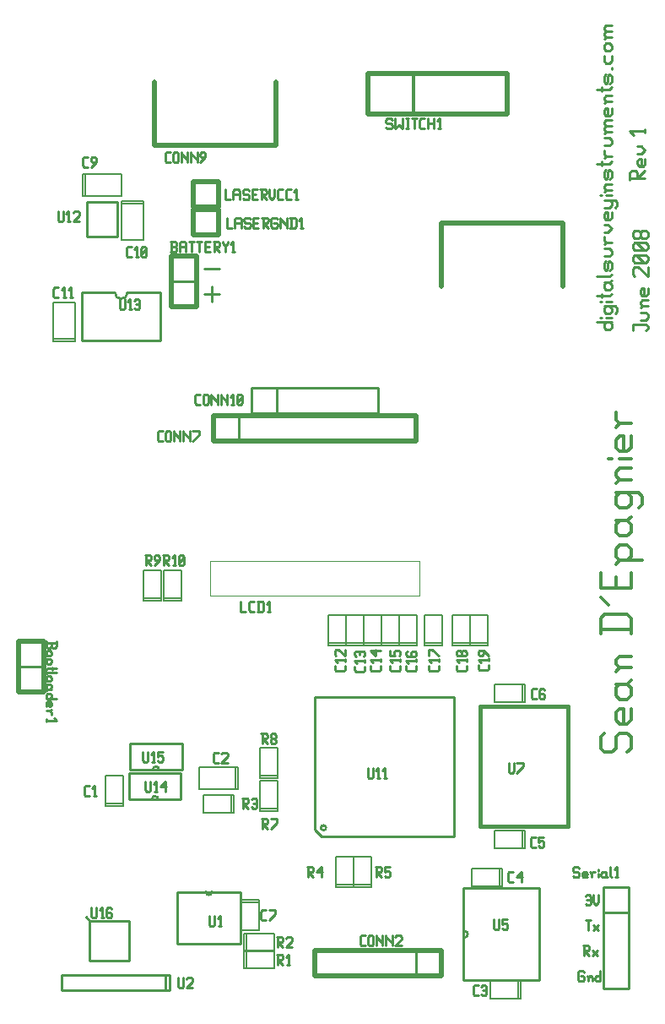
<source format=gbr>
G04 start of page 7 for group -4079 idx -4079
G04 Title: (unknown), topsilk *
G04 Creator: pcb 20080202 *
G04 CreationDate: Sun 22 Jun 2008 10:51:19 AM GMT UTC *
G04 For: sean *
G04 Format: Gerber/RS-274X *
G04 PCB-Dimensions: 280000 410000 *
G04 PCB-Coordinate-Origin: lower left *
%MOIN*%
%FSLAX24Y24*%
%LNFRONTSILK*%
%ADD11C,0.0100*%
%ADD12C,0.0200*%
%ADD50C,0.0120*%
%ADD51C,0.0080*%
%ADD52C,0.0158*%
%ADD53C,0.0039*%
G54D11*X24200Y5050D02*X24250Y5100D01*
X24350D01*
X24400Y5050D01*
Y4750D01*
X24350Y4700D02*X24400Y4750D01*
X24250Y4700D02*X24350D01*
X24200Y4750D02*X24250Y4700D01*
Y4900D02*X24400D01*
X24520Y5100D02*Y4800D01*
X24620Y4700D01*
X24720Y4800D01*
Y5100D02*Y4800D01*
X24200Y4100D02*X24400D01*
X24300D02*Y3700D01*
X24520Y3900D02*X24720Y3700D01*
X24520D02*X24720Y3900D01*
X24100Y2100D02*X24150Y2050D01*
X23950Y2100D02*X24100D01*
X23900Y2050D02*X23950Y2100D01*
X23900Y2050D02*Y1750D01*
X23950Y1700D01*
X24100D01*
X24150Y1750D01*
Y1850D02*Y1750D01*
X24100Y1900D02*X24150Y1850D01*
X24000Y1900D02*X24100D01*
X24320Y1850D02*Y1700D01*
Y1850D02*X24370Y1900D01*
X24420D01*
X24470Y1850D01*
Y1700D01*
X24270Y1900D02*X24320Y1850D01*
X24790Y2100D02*Y1700D01*
X24740D02*X24790Y1750D01*
X24640Y1700D02*X24740D01*
X24590Y1750D02*X24640Y1700D01*
X24590Y1850D02*Y1750D01*
Y1850D02*X24640Y1900D01*
X24740D01*
X24790Y1850D01*
X24100Y3100D02*X24300D01*
X24350Y3050D01*
Y2950D01*
X24300Y2900D02*X24350Y2950D01*
X24150Y2900D02*X24300D01*
X24150Y3100D02*Y2700D01*
Y2900D02*X24350Y2700D01*
X24470Y2900D02*X24670Y2700D01*
X24470D02*X24670Y2900D01*
G54D50*X24800Y11340D02*X24950Y11490D01*
X24800Y11340D02*Y10890D01*
X24950Y10740D02*X24800Y10890D01*
X24950Y10740D02*X25250D01*
X25400Y10890D01*
Y11340D02*Y10890D01*
Y11340D02*X25550Y11490D01*
X25850D01*
X26000Y11340D02*X25850Y11490D01*
X26000Y11340D02*Y10890D01*
X25850Y10740D02*X26000Y10890D01*
Y12450D02*Y12000D01*
X25850Y11850D02*X26000Y12000D01*
X25550Y11850D02*X25850D01*
X25550D02*X25400Y12000D01*
Y12300D02*Y12000D01*
Y12300D02*X25550Y12450D01*
X25700D02*Y11850D01*
X25550Y12450D02*X25700D01*
X25400Y13260D02*X25550Y13410D01*
X25400Y13260D02*Y12960D01*
X25550Y12810D02*X25400Y12960D01*
X25550Y12810D02*X25850D01*
X26000Y12960D01*
X25400Y13410D02*X25850D01*
X26000Y13560D01*
Y13260D02*Y12960D01*
Y13260D02*X25850Y13410D01*
X25550Y14070D02*X26000D01*
X25550D02*X25400Y14220D01*
Y14370D02*Y14220D01*
Y14370D02*X25550Y14520D01*
X26000D01*
X25400Y13920D02*X25550Y14070D01*
X24800Y15571D02*X26000D01*
X24800Y16021D02*X24950Y16171D01*
X25850D01*
X26000Y16021D02*X25850Y16171D01*
X26000Y16021D02*Y15421D01*
X24800Y16021D02*Y15421D01*
X25100Y16531D02*X24800Y16831D01*
X25400Y17641D02*Y17191D01*
X26000Y17791D02*Y17191D01*
X24800D02*X26000D01*
X24800Y17791D02*Y17191D01*
X25550Y18302D02*X26450D01*
X25400Y18152D02*X25550Y18302D01*
X25400Y18452D01*
Y18752D02*Y18452D01*
Y18752D02*X25550Y18902D01*
X25850D01*
X26000Y18752D02*X25850Y18902D01*
X26000Y18752D02*Y18452D01*
X25850Y18302D02*X26000Y18452D01*
X25400Y19712D02*X25550Y19862D01*
X25400Y19712D02*Y19412D01*
X25550Y19262D02*X25400Y19412D01*
X25550Y19262D02*X25850D01*
X26000Y19412D01*
X25400Y19862D02*X25850D01*
X26000Y20012D01*
Y19712D02*Y19412D01*
Y19712D02*X25850Y19862D01*
X25400Y20822D02*X25550Y20972D01*
X25400Y20822D02*Y20522D01*
X25550Y20372D02*X25400Y20522D01*
X25550Y20372D02*X25850D01*
X26000Y20522D01*
Y20822D02*Y20522D01*
Y20822D02*X25850Y20972D01*
X26300Y20372D02*X26450Y20522D01*
Y20822D02*Y20522D01*
Y20822D02*X26300Y20972D01*
X25400D02*X26300D01*
X25550Y21483D02*X26000D01*
X25550D02*X25400Y21633D01*
Y21783D02*Y21633D01*
Y21783D02*X25550Y21933D01*
X26000D01*
X25400Y21333D02*X25550Y21483D01*
X25100Y22293D02*X25250D01*
X25550D02*X26000D01*
Y23193D02*Y22743D01*
X25850Y22593D02*X26000Y22743D01*
X25550Y22593D02*X25850D01*
X25550D02*X25400Y22743D01*
Y23043D02*Y22743D01*
Y23043D02*X25550Y23193D01*
X25700D02*Y22593D01*
X25550Y23193D02*X25700D01*
X25550Y23703D02*X26000D01*
X25550D02*X25400Y23853D01*
Y24153D02*Y23853D01*
Y23553D02*X25550Y23703D01*
G54D11*X24630Y27700D02*X25230D01*
Y27625D02*X25155Y27700D01*
X25230Y27625D02*Y27475D01*
X25155Y27400D02*X25230Y27475D01*
X25005Y27400D02*X25155D01*
X25005D02*X24930Y27475D01*
Y27625D02*Y27475D01*
Y27625D02*X25005Y27700D01*
X24780Y27880D02*X24855D01*
X25005D02*X25230D01*
X24930Y28255D02*X25005Y28330D01*
X24930Y28255D02*Y28105D01*
X25005Y28030D02*X24930Y28105D01*
X25005Y28030D02*X25155D01*
X25230Y28105D01*
Y28255D02*Y28105D01*
Y28255D02*X25155Y28330D01*
X25380Y28030D02*X25455Y28105D01*
Y28255D02*Y28105D01*
Y28255D02*X25380Y28330D01*
X24930D02*X25380D01*
X24780Y28510D02*X24855D01*
X25005D02*X25230D01*
X24630Y28735D02*X25155D01*
X25230Y28810D01*
X24855D02*Y28660D01*
X24930Y29185D02*X25005Y29260D01*
X24930Y29185D02*Y29035D01*
X25005Y28960D02*X24930Y29035D01*
X25005Y28960D02*X25155D01*
X25230Y29035D01*
X24930Y29260D02*X25155D01*
X25230Y29335D01*
Y29185D02*Y29035D01*
Y29185D02*X25155Y29260D01*
X24630Y29515D02*X25155D01*
X25230Y29590D01*
Y30041D02*Y29816D01*
Y30041D02*X25155Y30116D01*
X25080Y30041D02*X25155Y30116D01*
X25080Y30041D02*Y29816D01*
X25005Y29741D02*X25080Y29816D01*
X25005Y29741D02*X24930Y29816D01*
Y30041D02*Y29816D01*
Y30041D02*X25005Y30116D01*
X25155Y29741D02*X25230Y29816D01*
X24930Y30296D02*X25155D01*
X25230Y30371D01*
Y30521D02*Y30371D01*
Y30521D02*X25155Y30596D01*
X24930D02*X25155D01*
X25005Y30851D02*X25230D01*
X25005D02*X24930Y30926D01*
Y31076D02*Y30926D01*
Y30776D02*X25005Y30851D01*
X24930Y31256D02*X25080D01*
X25230Y31406D01*
X25080Y31556D01*
X24930D02*X25080D01*
X25230Y32036D02*Y31811D01*
X25155Y31736D02*X25230Y31811D01*
X25005Y31736D02*X25155D01*
X25005D02*X24930Y31811D01*
Y31961D02*Y31811D01*
Y31961D02*X25005Y32036D01*
X25080D02*Y31736D01*
X25005Y32036D02*X25080D01*
X24930Y32216D02*X25155D01*
X25230Y32291D01*
X24930Y32516D02*X25380D01*
X25455Y32441D02*X25380Y32516D01*
X25455Y32441D02*Y32291D01*
X25380Y32216D02*X25455Y32291D01*
X25230Y32441D02*Y32291D01*
Y32441D02*X25155Y32516D01*
X24780Y32696D02*X24855D01*
X25005D02*X25230D01*
X25005Y32922D02*X25230D01*
X25005D02*X24930Y32997D01*
Y33072D02*Y32997D01*
Y33072D02*X25005Y33147D01*
X25230D01*
X24930Y32847D02*X25005Y32922D01*
X25230Y33627D02*Y33402D01*
Y33627D02*X25155Y33702D01*
X25080Y33627D02*X25155Y33702D01*
X25080Y33627D02*Y33402D01*
X25005Y33327D02*X25080Y33402D01*
X25005Y33327D02*X24930Y33402D01*
Y33627D02*Y33402D01*
Y33627D02*X25005Y33702D01*
X25155Y33327D02*X25230Y33402D01*
X24630Y33957D02*X25155D01*
X25230Y34032D01*
X24855D02*Y33882D01*
X25005Y34257D02*X25230D01*
X25005D02*X24930Y34332D01*
Y34482D02*Y34332D01*
Y34182D02*X25005Y34257D01*
X24930Y34662D02*X25155D01*
X25230Y34737D01*
Y34887D02*Y34737D01*
Y34887D02*X25155Y34962D01*
X24930D02*X25155D01*
X25005Y35217D02*X25230D01*
X25005D02*X24930Y35292D01*
Y35367D02*Y35292D01*
Y35367D02*X25005Y35442D01*
X25230D01*
X25005D02*X24930Y35517D01*
Y35592D02*Y35517D01*
Y35592D02*X25005Y35667D01*
X25230D01*
X24930Y35142D02*X25005Y35217D01*
X25230Y36148D02*Y35923D01*
X25155Y35848D02*X25230Y35923D01*
X25005Y35848D02*X25155D01*
X25005D02*X24930Y35923D01*
Y36073D02*Y35923D01*
Y36073D02*X25005Y36148D01*
X25080D02*Y35848D01*
X25005Y36148D02*X25080D01*
X25005Y36403D02*X25230D01*
X25005D02*X24930Y36478D01*
Y36553D02*Y36478D01*
Y36553D02*X25005Y36628D01*
X25230D01*
X24930Y36328D02*X25005Y36403D01*
X24630Y36883D02*X25155D01*
X25230Y36958D01*
X24855D02*Y36808D01*
X25230Y37408D02*Y37183D01*
Y37408D02*X25155Y37483D01*
X25080Y37408D02*X25155Y37483D01*
X25080Y37408D02*Y37183D01*
X25005Y37108D02*X25080Y37183D01*
X25005Y37108D02*X24930Y37183D01*
Y37408D02*Y37183D01*
Y37408D02*X25005Y37483D01*
X25155Y37108D02*X25230Y37183D01*
Y37738D02*Y37663D01*
X24930Y38218D02*Y37993D01*
X25005Y37918D02*X24930Y37993D01*
X25005Y37918D02*X25155D01*
X25230Y37993D01*
Y38218D02*Y37993D01*
X25005Y38398D02*X25155D01*
X25005D02*X24930Y38473D01*
Y38623D02*Y38473D01*
Y38623D02*X25005Y38698D01*
X25155D01*
X25230Y38623D02*X25155Y38698D01*
X25230Y38623D02*Y38473D01*
X25155Y38398D02*X25230Y38473D01*
X25005Y38954D02*X25230D01*
X25005D02*X24930Y39029D01*
Y39104D02*Y39029D01*
Y39104D02*X25005Y39179D01*
X25230D01*
X25005D02*X24930Y39254D01*
Y39329D02*Y39254D01*
Y39329D02*X25005Y39404D01*
X25230D01*
X24930Y38879D02*X25005Y38954D01*
X26060Y27605D02*Y27380D01*
Y27605D02*X26585D01*
X26660Y27530D02*X26585Y27605D01*
X26660Y27530D02*Y27455D01*
X26585Y27380D02*X26660Y27455D01*
X26360Y27785D02*X26585D01*
X26660Y27860D01*
Y28010D02*Y27860D01*
Y28010D02*X26585Y28085D01*
X26360D02*X26585D01*
X26435Y28340D02*X26660D01*
X26435D02*X26360Y28415D01*
Y28490D02*Y28415D01*
Y28490D02*X26435Y28565D01*
X26660D01*
X26360Y28265D02*X26435Y28340D01*
X26660Y29045D02*Y28820D01*
X26585Y28745D02*X26660Y28820D01*
X26435Y28745D02*X26585D01*
X26435D02*X26360Y28820D01*
Y28970D02*Y28820D01*
Y28970D02*X26435Y29045D01*
X26510D02*Y28745D01*
X26435Y29045D02*X26510D01*
X26135Y29495D02*X26060Y29570D01*
Y29795D02*Y29570D01*
Y29795D02*X26135Y29870D01*
X26285D01*
X26660Y29495D02*X26285Y29870D01*
X26660D02*Y29495D01*
X26585Y30050D02*X26660Y30125D01*
X26135Y30050D02*X26585D01*
X26135D02*X26060Y30125D01*
Y30275D02*Y30125D01*
Y30275D02*X26135Y30350D01*
X26585D01*
X26660Y30275D02*X26585Y30350D01*
X26660Y30275D02*Y30125D01*
X26510Y30050D02*X26210Y30350D01*
X26585Y30530D02*X26660Y30605D01*
X26135Y30530D02*X26585D01*
X26135D02*X26060Y30605D01*
Y30755D02*Y30605D01*
Y30755D02*X26135Y30830D01*
X26585D01*
X26660Y30755D02*X26585Y30830D01*
X26660Y30755D02*Y30605D01*
X26510Y30530D02*X26210Y30830D01*
X26585Y31011D02*X26660Y31086D01*
X26435Y31011D02*X26585D01*
X26435D02*X26360Y31086D01*
Y31236D02*Y31086D01*
Y31236D02*X26435Y31311D01*
X26585D01*
X26660Y31236D02*X26585Y31311D01*
X26660Y31236D02*Y31086D01*
X26285Y31011D02*X26360Y31086D01*
X26135Y31011D02*X26285D01*
X26135D02*X26060Y31086D01*
Y31236D02*Y31086D01*
Y31236D02*X26135Y31311D01*
X26285D01*
X26360Y31236D02*X26285Y31311D01*
X25950Y33600D02*Y33300D01*
Y33600D02*X26025Y33675D01*
X26175D01*
X26250Y33600D02*X26175Y33675D01*
X26250Y33600D02*Y33375D01*
X25950D02*X26550D01*
X26250D02*X26550Y33675D01*
Y34155D02*Y33930D01*
X26475Y33855D02*X26550Y33930D01*
X26325Y33855D02*X26475D01*
X26325D02*X26250Y33930D01*
Y34080D02*Y33930D01*
Y34080D02*X26325Y34155D01*
X26400D02*Y33855D01*
X26325Y34155D02*X26400D01*
X26250Y34335D02*X26400D01*
X26550Y34485D01*
X26400Y34635D01*
X26250D02*X26400D01*
X26550Y35310D02*Y35160D01*
X25950Y35235D02*X26550D01*
X26100Y35085D02*X25950Y35235D01*
X2800Y14100D02*Y15100D01*
X1800Y14100D02*X2800D01*
G54D12*Y15100D02*X1800D01*
X2800Y13100D02*Y15100D01*
X1800Y13100D02*X2800D01*
X1800Y15100D02*Y13100D01*
G54D11*X7080Y8890D02*X8220D01*
X6170D02*X7320D01*
X6170Y9910D02*Y8890D01*
Y9910D02*X8220D01*
Y8890D01*
X7320D02*G75*G03X7080Y8890I-120J0D01*G01*
X7120Y10040D02*X8260D01*
X6210D02*X7360D01*
X6210Y11060D02*Y10040D01*
Y11060D02*X8260D01*
Y10040D01*
X7360D02*G75*G03X7120Y10040I-120J0D01*G01*
G54D51*X5250Y8700D02*X5950D01*
X5250Y9800D02*Y8600D01*
Y9800D02*X5950D01*
Y8600D01*
X5250D02*X5950D01*
X7550Y16700D02*X8250D01*
Y17900D02*Y16700D01*
X7550Y17900D02*X8250D01*
X7550D02*Y16700D01*
Y16800D02*X8250D01*
X6750Y16700D02*X7450D01*
Y17900D02*Y16700D01*
X6750Y17900D02*X7450D01*
X6750D02*Y16700D01*
Y16800D02*X7450D01*
G54D12*X21100Y35900D02*Y37500D01*
X15600D01*
Y35900D01*
X21100D01*
G54D50*X17400D02*Y37500D01*
G54D12*X18500Y31600D02*X23300D01*
X18500D02*Y29100D01*
X23300Y31600D02*Y29100D01*
X8850Y30300D02*Y28300D01*
G54D11*X7850Y29300D02*X8850D01*
G54D12*X7850Y30300D02*X8850D01*
X7850D02*Y28300D01*
X8850D01*
G54D11*X9150Y28800D02*X9750D01*
X9450Y29100D02*Y28500D01*
X9750Y29800D02*X9150D01*
X4515Y32457D02*Y31067D01*
X5695D01*
Y32457D01*
X4515D01*
X7410Y28870D02*X6110D01*
X4310D02*X5610D01*
X7410Y26970D02*Y28870D01*
X4310Y26970D02*X7410D01*
X4310Y28870D02*Y26970D01*
X5610Y28870D02*G75*G03X6110Y28870I250J0D01*G01*
G54D51*X5860Y32470D02*X6740D01*
X5860D02*Y30930D01*
X6740D01*
Y32470D02*Y30930D01*
X5860Y32370D02*X6740D01*
G54D12*X8706Y32147D02*Y31147D01*
X9706D01*
Y32147D01*
X8706D01*
G54D11*Y31147D02*X9706D01*
Y32147D01*
G54D51*X3160Y26930D02*X4040D01*
Y28470D02*Y26930D01*
X3160Y28470D02*X4040D01*
X3160D02*Y26930D01*
Y27030D02*X4040D01*
G54D11*X11000Y24100D02*X16000D01*
Y25100D02*Y24100D01*
X11000Y25100D02*X16000D01*
X11000D02*Y24100D01*
X12000Y25100D02*Y24100D01*
X11000Y25100D02*X12000D01*
X9500Y24000D02*X10500D01*
Y23000D01*
G54D12*X9500Y24000D02*Y23000D01*
Y24000D02*X17500D01*
Y23000D01*
X9500D02*X17500D01*
X7180Y34660D02*X11980D01*
Y37160D02*Y34660D01*
X7180Y37160D02*Y34660D01*
X8700Y33250D02*Y32250D01*
X9700D01*
Y33250D02*Y32250D01*
X8700Y33250D02*X9700D01*
G54D11*X8700Y32250D02*X9700D01*
Y33250D02*Y32250D01*
G54D51*X4330Y33540D02*Y32660D01*
X5870D01*
Y33540D01*
X4330D01*
X4430D02*Y32660D01*
G54D11*X8070Y3180D02*Y5220D01*
X10570Y3180D02*X8070D01*
X10570Y5220D02*Y3180D01*
X9200Y5220D02*X10570D01*
X8070D02*X9440D01*
X9200D02*G75*G03X9440Y5220I120J0D01*G01*
G54D51*X10800Y3590D02*Y2890D01*
X11900Y3590D02*X10700D01*
X11900Y2890D02*Y3590D01*
X10700Y2890D02*X11900D01*
X10700Y3590D02*Y2890D01*
G54D11*X3510Y1940D02*X7760D01*
X3510D02*Y1340D01*
X7760D01*
X7610Y1940D02*Y1340D01*
X7760Y1940D02*Y1340D01*
X6188Y4088D02*Y2511D01*
X4611Y4088D02*X6188D01*
X4611D02*Y2511D01*
X6188D01*
X4611Y4088D02*X4461Y4238D01*
G54D51*X10610Y4820D02*X11310D01*
Y4920D02*Y3720D01*
X10610D02*X11310D01*
X10610Y4920D02*Y3720D01*
Y4920D02*X11310D01*
X10800Y2900D02*Y2200D01*
X11900Y2900D02*X10700D01*
X11900Y2200D02*Y2900D01*
X10700Y2200D02*X11900D01*
X10700Y2900D02*Y2200D01*
G54D52*X23502Y12542D02*Y7818D01*
X20037Y12542D02*Y7818D01*
X20037Y12542D02*X23502D01*
X20037Y7818D02*X23502D01*
G54D51*X21710Y13400D02*Y12700D01*
X20610D02*X21810D01*
X20610Y13400D02*Y12700D01*
Y13400D02*X21810D01*
Y12700D01*
X21710Y7650D02*Y6950D01*
X20610D02*X21810D01*
X20610Y7650D02*Y6950D01*
Y7650D02*X21810D01*
Y6950D01*
G54D11*X24900Y5400D02*Y1400D01*
X25900D01*
Y5400D02*Y1400D01*
X24900Y5400D02*X25900D01*
X24900Y4400D02*X25900D01*
Y5400D02*Y4400D01*
G54D51*X21550Y1710D02*Y1010D01*
X20450D02*X21650D01*
X20450Y1710D02*Y1010D01*
Y1710D02*X21650D01*
Y1010D01*
X10470Y10140D02*Y9260D01*
X8930Y10140D02*X10470D01*
X8930D02*Y9260D01*
X10470D01*
X10370Y10140D02*Y9260D01*
X11350Y8500D02*X12050D01*
X11350Y9600D02*Y8400D01*
Y9600D02*X12050D01*
Y8400D01*
X11350D02*X12050D01*
X14350Y5500D02*X15050D01*
X14350Y6600D02*Y5400D01*
Y6600D02*X15050D01*
Y5400D01*
X14350D02*X15050D01*
Y5500D02*X15750D01*
X15050Y6600D02*Y5400D01*
Y6600D02*X15750D01*
Y5400D01*
X15050D02*X15750D01*
X10200Y9050D02*Y8350D01*
X9100D02*X10300D01*
X9100Y9050D02*Y8350D01*
Y9050D02*X10300D01*
Y8350D01*
G54D11*X17500Y1900D02*X18500D01*
X17500Y2900D02*Y1900D01*
G54D12*X18500Y2900D02*Y1900D01*
X13500D02*X18500D01*
X13500Y2900D02*Y1900D01*
Y2900D02*X18500D01*
G54D11*X22380Y5380D02*Y1750D01*
X19380Y5380D02*Y1750D01*
X22380D01*
X19380Y5380D02*X22380D01*
X19420Y3420D02*G75*G03X19420Y3680I0J130D01*G01*
G54D51*X20800Y6150D02*Y5450D01*
X19700D02*X20900D01*
X19700Y6150D02*Y5450D01*
Y6150D02*X20900D01*
Y5450D01*
X11350Y9800D02*X12050D01*
X11350Y10900D02*Y9700D01*
Y10900D02*X12050D01*
Y9700D01*
X11350D02*X12050D01*
X17850Y14940D02*X18550D01*
Y16140D02*Y14940D01*
X17850Y16140D02*X18550D01*
X17850D02*Y14940D01*
Y15040D02*X18550D01*
X16850Y14940D02*X17550D01*
Y16140D02*Y14940D01*
X16850Y16140D02*X17550D01*
X16850D02*Y14940D01*
Y15040D02*X17550D01*
X16150Y14940D02*X16850D01*
Y16140D02*Y14940D01*
X16150Y16140D02*X16850D01*
X16150D02*Y14940D01*
Y15040D02*X16850D01*
X14750Y14940D02*X15450D01*
Y16140D02*Y14940D01*
X14750Y16140D02*X15450D01*
X14750D02*Y14940D01*
Y15040D02*X15450D01*
Y14940D02*X16150D01*
Y16140D02*Y14940D01*
X15450Y16140D02*X16150D01*
X15450D02*Y14940D01*
Y15040D02*X16150D01*
G54D11*X13780Y7400D02*X13500Y7680D01*
X13780Y7400D02*X19010D01*
Y12910D02*Y7400D01*
X13500Y12910D02*X19010D01*
X13500D02*Y7680D01*
X13850Y7650D02*G75*G03X13850Y7650I0J100D01*G01*
G54D51*X18950Y14940D02*X19650D01*
Y16140D02*Y14940D01*
X18950Y16140D02*X19650D01*
X18950D02*Y14940D01*
Y15040D02*X19650D01*
Y14940D02*X20350D01*
Y16140D02*Y14940D01*
X19650Y16140D02*X20350D01*
X19650D02*Y14940D01*
Y15040D02*X20350D01*
G54D53*X9366Y18288D02*Y16891D01*
Y18288D02*X17633D01*
Y16891D01*
X9366D02*X17633D01*
G54D51*X14050Y14940D02*X14750D01*
Y16140D02*Y14940D01*
X14050Y16140D02*X14750D01*
X14050D02*Y14940D01*
Y15040D02*X14750D01*
G54D11*X2900Y15100D02*Y14900D01*
X2950Y14850D01*
X3050D01*
X3100Y14900D02*X3050Y14850D01*
X3100Y15050D02*Y14900D01*
X2900Y15050D02*X3300D01*
Y15100D02*Y14900D01*
X3250Y14850D01*
X3150D02*X3250D01*
X3100Y14900D02*X3150Y14850D01*
X2950Y14729D02*X3050D01*
X3100Y14679D01*
Y14579D01*
X3050Y14529D01*
X2950D02*X3050D01*
X2900Y14579D02*X2950Y14529D01*
X2900Y14679D02*Y14579D01*
X2950Y14729D02*X2900Y14679D01*
X2950Y14409D02*X3050D01*
X3100Y14359D01*
Y14259D01*
X3050Y14209D01*
X2950D02*X3050D01*
X2900Y14259D02*X2950Y14209D01*
X2900Y14359D02*Y14259D01*
X2950Y14409D02*X2900Y14359D01*
X2950Y14039D02*X3300D01*
X2950D02*X2900Y13989D01*
X3150Y14089D02*Y13989D01*
X2950Y13889D02*X3300D01*
X2950D02*X2900Y13839D01*
X2950Y13739D02*X3050D01*
X3100Y13689D01*
Y13589D01*
X3050Y13539D01*
X2950D02*X3050D01*
X2900Y13589D02*X2950Y13539D01*
X2900Y13689D02*Y13589D01*
X2950Y13739D02*X2900Y13689D01*
X3100Y13269D02*X3050Y13219D01*
X3100Y13369D02*Y13269D01*
X3050Y13419D02*X3100Y13369D01*
X2950Y13419D02*X3050D01*
X2950D02*X2900Y13369D01*
X2950Y13219D02*X3100D01*
X2950D02*X2900Y13169D01*
Y13369D02*Y13269D01*
X2950Y13219D01*
X2900Y12849D02*X3300D01*
X2900Y12899D02*X2950Y12849D01*
X2900Y12999D02*Y12899D01*
X2950Y13049D02*X2900Y12999D01*
X2950Y13049D02*X3050D01*
X3100Y12999D01*
Y12899D01*
X3050Y12849D01*
X2900Y12679D02*Y12529D01*
X2950Y12729D02*X2900Y12679D01*
X2950Y12729D02*X3050D01*
X3100Y12679D01*
Y12579D01*
X3050Y12529D01*
X3000Y12729D02*Y12529D01*
X3050D01*
X2900Y12359D02*X3050D01*
X3100Y12309D01*
Y12209D01*
Y12409D02*X3050Y12359D01*
X2900Y12039D02*Y11939D01*
Y11989D02*X3300D01*
X3200Y12089D02*X3300Y11989D01*
X7500Y18500D02*X7700D01*
X7750Y18450D01*
Y18350D01*
X7700Y18300D02*X7750Y18350D01*
X7550Y18300D02*X7700D01*
X7550Y18500D02*Y18100D01*
Y18300D02*X7750Y18100D01*
X7920D02*X8020D01*
X7970Y18500D02*Y18100D01*
X7870Y18400D02*X7970Y18500D01*
X8140Y18150D02*X8190Y18100D01*
X8140Y18450D02*Y18150D01*
Y18450D02*X8190Y18500D01*
X8290D01*
X8340Y18450D01*
Y18150D01*
X8290Y18100D02*X8340Y18150D01*
X8190Y18100D02*X8290D01*
X8140Y18200D02*X8340Y18400D01*
X6800Y18500D02*X7000D01*
X7050Y18450D01*
Y18350D01*
X7000Y18300D02*X7050Y18350D01*
X6850Y18300D02*X7000D01*
X6850Y18500D02*Y18100D01*
Y18300D02*X7050Y18100D01*
X7170D02*X7370Y18300D01*
Y18450D02*Y18300D01*
X7320Y18500D02*X7370Y18450D01*
X7220Y18500D02*X7320D01*
X7170Y18450D02*X7220Y18500D01*
X7170Y18450D02*Y18350D01*
X7220Y18300D01*
X7370D01*
X6812Y9582D02*Y9232D01*
X6862Y9182D01*
X6962D01*
X7012Y9232D01*
Y9582D02*Y9232D01*
X7182Y9182D02*X7282D01*
X7232Y9582D02*Y9182D01*
X7132Y9482D02*X7232Y9582D01*
X7402Y9382D02*X7602Y9582D01*
X7402Y9382D02*X7652D01*
X7602Y9582D02*Y9182D01*
X4450Y9000D02*X4600D01*
X4400Y9050D02*X4450Y9000D01*
X4400Y9350D02*Y9050D01*
Y9350D02*X4450Y9400D01*
X4600D01*
X4770Y9000D02*X4870D01*
X4820Y9400D02*Y9000D01*
X4720Y9300D02*X4820Y9400D01*
X10590Y16690D02*Y16290D01*
X10790D01*
X10960D02*X11110D01*
X10910Y16340D02*X10960Y16290D01*
X10910Y16640D02*Y16340D01*
Y16640D02*X10960Y16690D01*
X11110D01*
X11280D02*Y16290D01*
X11430Y16690D02*X11480Y16640D01*
Y16340D01*
X11430Y16290D02*X11480Y16340D01*
X11230Y16290D02*X11430D01*
X11230Y16690D02*X11430D01*
X11650Y16290D02*X11750D01*
X11700Y16690D02*Y16290D01*
X11600Y16590D02*X11700Y16690D01*
X9340Y4260D02*Y3910D01*
X9390Y3860D01*
X9490D01*
X9540Y3910D01*
Y4260D02*Y3910D01*
X9710Y3860D02*X9810D01*
X9760Y4260D02*Y3860D01*
X9660Y4160D02*X9760Y4260D01*
X8110Y1840D02*Y1490D01*
X8160Y1440D01*
X8260D01*
X8310Y1490D01*
Y1840D02*Y1490D01*
X8430Y1790D02*X8480Y1840D01*
X8630D01*
X8680Y1790D01*
Y1690D01*
X8430Y1440D02*X8680Y1690D01*
X8430Y1440D02*X8680D01*
X4690Y4594D02*Y4244D01*
X4740Y4194D01*
X4840D01*
X4890Y4244D01*
Y4594D02*Y4244D01*
X5060Y4194D02*X5160D01*
X5110Y4594D02*Y4194D01*
X5010Y4494D02*X5110Y4594D01*
X5431D02*X5481Y4544D01*
X5331Y4594D02*X5431D01*
X5281Y4544D02*X5331Y4594D01*
X5281Y4544D02*Y4244D01*
X5331Y4194D01*
X5431Y4394D02*X5481Y4344D01*
X5281Y4394D02*X5431D01*
X5331Y4194D02*X5431D01*
X5481Y4244D01*
Y4344D02*Y4244D01*
X12000Y3440D02*X12200D01*
X12250Y3390D01*
Y3290D01*
X12200Y3240D02*X12250Y3290D01*
X12050Y3240D02*X12200D01*
X12050Y3440D02*Y3040D01*
Y3240D02*X12250Y3040D01*
X12370Y3390D02*X12420Y3440D01*
X12570D01*
X12620Y3390D01*
Y3290D01*
X12370Y3040D02*X12620Y3290D01*
X12370Y3040D02*X12620D01*
X15350Y3100D02*X15500D01*
X15300Y3150D02*X15350Y3100D01*
X15300Y3450D02*Y3150D01*
Y3450D02*X15350Y3500D01*
X15500D01*
X15620Y3450D02*Y3150D01*
Y3450D02*X15670Y3500D01*
X15770D01*
X15820Y3450D01*
Y3150D01*
X15770Y3100D02*X15820Y3150D01*
X15670Y3100D02*X15770D01*
X15620Y3150D02*X15670Y3100D01*
X15940Y3500D02*Y3100D01*
Y3500D02*Y3450D01*
X16190Y3200D01*
Y3500D02*Y3100D01*
X16310Y3500D02*Y3100D01*
Y3500D02*Y3450D01*
X16560Y3200D01*
Y3500D02*Y3100D01*
X16680Y3450D02*X16730Y3500D01*
X16880D01*
X16930Y3450D01*
Y3350D01*
X16680Y3100D02*X16930Y3350D01*
X16680Y3100D02*X16930D01*
X11430Y4100D02*X11580D01*
X11380Y4150D02*X11430Y4100D01*
X11380Y4450D02*Y4150D01*
Y4450D02*X11430Y4500D01*
X11580D01*
X11700Y4100D02*X11950Y4350D01*
Y4500D02*Y4350D01*
X11700Y4500D02*X11950D01*
X12000Y2750D02*X12200D01*
X12250Y2700D01*
Y2600D01*
X12200Y2550D02*X12250Y2600D01*
X12050Y2550D02*X12200D01*
X12050Y2750D02*Y2350D01*
Y2550D02*X12250Y2350D01*
X12420D02*X12520D01*
X12470Y2750D02*Y2350D01*
X12370Y2650D02*X12470Y2750D01*
X19820Y1140D02*X19970D01*
X19770Y1190D02*X19820Y1140D01*
X19770Y1490D02*Y1190D01*
Y1490D02*X19820Y1540D01*
X19970D01*
X20090Y1490D02*X20140Y1540D01*
X20240D01*
X20290Y1490D01*
Y1190D01*
X20240Y1140D02*X20290Y1190D01*
X20140Y1140D02*X20240D01*
X20090Y1190D02*X20140Y1140D01*
Y1340D02*X20290D01*
X6716Y10741D02*Y10391D01*
X6766Y10341D01*
X6866D01*
X6916Y10391D01*
Y10741D02*Y10391D01*
X7086Y10341D02*X7186D01*
X7136Y10741D02*Y10341D01*
X7036Y10641D02*X7136Y10741D01*
X7306D02*X7506D01*
X7306D02*Y10541D01*
X7356Y10591D01*
X7456D01*
X7506Y10541D01*
Y10391D01*
X7456Y10341D02*X7506Y10391D01*
X7356Y10341D02*X7456D01*
X7306Y10391D02*X7356Y10341D01*
X21170Y10320D02*Y9970D01*
X21220Y9920D01*
X21320D01*
X21370Y9970D01*
Y10320D02*Y9970D01*
X21490Y9920D02*X21740Y10170D01*
Y10320D02*Y10170D01*
X21490Y10320D02*X21740D01*
X18400Y14140D02*Y13990D01*
X18350Y13940D02*X18400Y13990D01*
X18050Y13940D02*X18350D01*
X18050D02*X18000Y13990D01*
Y14140D02*Y13990D01*
X18400Y14410D02*Y14310D01*
X18000Y14360D02*X18400D01*
X18100Y14260D02*X18000Y14360D01*
X18400Y14530D02*X18150Y14780D01*
X18000D02*X18150D01*
X18000D02*Y14530D01*
X17520Y14130D02*Y13980D01*
X17470Y13930D02*X17520Y13980D01*
X17170Y13930D02*X17470D01*
X17170D02*X17120Y13980D01*
Y14130D02*Y13980D01*
X17520Y14400D02*Y14300D01*
X17120Y14350D02*X17520D01*
X17220Y14250D02*X17120Y14350D01*
Y14670D02*X17170Y14720D01*
X17120Y14670D02*Y14570D01*
X17170Y14520D02*X17120Y14570D01*
X17170Y14520D02*X17470D01*
X17520Y14570D01*
X17320Y14670D02*X17370Y14720D01*
X17320Y14670D02*Y14520D01*
X17520Y14670D02*Y14570D01*
Y14670D02*X17470Y14720D01*
X17370D02*X17470D01*
X19500Y14140D02*Y13990D01*
X19450Y13940D02*X19500Y13990D01*
X19150Y13940D02*X19450D01*
X19150D02*X19100Y13990D01*
Y14140D02*Y13990D01*
X19500Y14410D02*Y14310D01*
X19100Y14360D02*X19500D01*
X19200Y14260D02*X19100Y14360D01*
X19450Y14530D02*X19500Y14580D01*
X19350Y14530D02*X19450D01*
X19350D02*X19300Y14580D01*
Y14680D02*Y14580D01*
Y14680D02*X19350Y14730D01*
X19450D01*
X19500Y14680D02*X19450Y14730D01*
X19500Y14680D02*Y14580D01*
X19250Y14530D02*X19300Y14580D01*
X19150Y14530D02*X19250D01*
X19150D02*X19100Y14580D01*
Y14680D02*Y14580D01*
Y14680D02*X19150Y14730D01*
X19250D01*
X19300Y14680D02*X19250Y14730D01*
X20360Y14160D02*Y14010D01*
X20310Y13960D02*X20360Y14010D01*
X20010Y13960D02*X20310D01*
X20010D02*X19960Y14010D01*
Y14160D02*Y14010D01*
X20360Y14430D02*Y14330D01*
X19960Y14380D02*X20360D01*
X20060Y14280D02*X19960Y14380D01*
X20360Y14550D02*X20160Y14750D01*
X20010D02*X20160D01*
X19960Y14700D02*X20010Y14750D01*
X19960Y14700D02*Y14600D01*
X20010Y14550D02*X19960Y14600D01*
X20010Y14550D02*X20110D01*
X20160Y14600D01*
Y14750D02*Y14600D01*
X9550Y10320D02*X9700D01*
X9500Y10370D02*X9550Y10320D01*
X9500Y10670D02*Y10370D01*
Y10670D02*X9550Y10720D01*
X9700D01*
X9820Y10670D02*X9870Y10720D01*
X10020D01*
X10070Y10670D01*
Y10570D01*
X9820Y10320D02*X10070Y10570D01*
X9820Y10320D02*X10070D01*
X10638Y8913D02*X10838D01*
X10888Y8863D01*
Y8763D01*
X10838Y8713D02*X10888Y8763D01*
X10688Y8713D02*X10838D01*
X10688Y8913D02*Y8513D01*
Y8713D02*X10888Y8513D01*
X11008Y8863D02*X11058Y8913D01*
X11158D01*
X11208Y8863D01*
Y8563D01*
X11158Y8513D02*X11208Y8563D01*
X11058Y8513D02*X11158D01*
X11008Y8563D02*X11058Y8513D01*
Y8713D02*X11208D01*
X11390Y11470D02*X11590D01*
X11640Y11420D01*
Y11320D01*
X11590Y11270D02*X11640Y11320D01*
X11440Y11270D02*X11590D01*
X11440Y11470D02*Y11070D01*
Y11270D02*X11640Y11070D01*
X11760Y11120D02*X11810Y11070D01*
X11760Y11220D02*Y11120D01*
Y11220D02*X11810Y11270D01*
X11910D01*
X11960Y11220D01*
Y11120D01*
X11910Y11070D02*X11960Y11120D01*
X11810Y11070D02*X11910D01*
X11760Y11320D02*X11810Y11270D01*
X11760Y11420D02*Y11320D01*
Y11420D02*X11810Y11470D01*
X11910D01*
X11960Y11420D01*
Y11320D01*
X11910Y11270D02*X11960Y11320D01*
X11400Y8100D02*X11600D01*
X11650Y8050D01*
Y7950D01*
X11600Y7900D02*X11650Y7950D01*
X11450Y7900D02*X11600D01*
X11450Y8100D02*Y7700D01*
Y7900D02*X11650Y7700D01*
X11770D02*X12020Y7950D01*
Y8100D02*Y7950D01*
X11770Y8100D02*X12020D01*
X13200Y6200D02*X13400D01*
X13450Y6150D01*
Y6050D01*
X13400Y6000D02*X13450Y6050D01*
X13250Y6000D02*X13400D01*
X13250Y6200D02*Y5800D01*
Y6000D02*X13450Y5800D01*
X13570Y6000D02*X13770Y6200D01*
X13570Y6000D02*X13820D01*
X13770Y6200D02*Y5800D01*
X15900Y6200D02*X16100D01*
X16150Y6150D01*
Y6050D01*
X16100Y6000D02*X16150Y6050D01*
X15950Y6000D02*X16100D01*
X15950Y6200D02*Y5800D01*
Y6000D02*X16150Y5800D01*
X16270Y6200D02*X16470D01*
X16270D02*Y6000D01*
X16320Y6050D01*
X16420D01*
X16470Y6000D01*
Y5850D01*
X16420Y5800D02*X16470Y5850D01*
X16320Y5800D02*X16420D01*
X16270Y5850D02*X16320Y5800D01*
X15600Y10100D02*Y9750D01*
X15650Y9700D01*
X15750D01*
X15800Y9750D01*
Y10100D02*Y9750D01*
X15970Y9700D02*X16070D01*
X16020Y10100D02*Y9700D01*
X15920Y10000D02*X16020Y10100D01*
X16240Y9700D02*X16340D01*
X16290Y10100D02*Y9700D01*
X16190Y10000D02*X16290Y10100D01*
X16880Y14140D02*Y13990D01*
X16830Y13940D02*X16880Y13990D01*
X16530Y13940D02*X16830D01*
X16530D02*X16480Y13990D01*
Y14140D02*Y13990D01*
X16880Y14410D02*Y14310D01*
X16480Y14360D02*X16880D01*
X16580Y14260D02*X16480Y14360D01*
Y14730D02*Y14530D01*
X16680D01*
X16630Y14580D01*
Y14680D02*Y14580D01*
Y14680D02*X16680Y14730D01*
X16830D01*
X16880Y14680D02*X16830Y14730D01*
X16880Y14680D02*Y14580D01*
X16830Y14530D02*X16880Y14580D01*
X14700Y14140D02*Y13990D01*
X14650Y13940D02*X14700Y13990D01*
X14350Y13940D02*X14650D01*
X14350D02*X14300Y13990D01*
Y14140D02*Y13990D01*
X14700Y14410D02*Y14310D01*
X14300Y14360D02*X14700D01*
X14400Y14260D02*X14300Y14360D01*
X14350Y14530D02*X14300Y14580D01*
Y14730D02*Y14580D01*
Y14730D02*X14350Y14780D01*
X14450D01*
X14700Y14530D02*X14450Y14780D01*
X14700D02*Y14530D01*
X15490Y14120D02*Y13970D01*
X15440Y13920D02*X15490Y13970D01*
X15140Y13920D02*X15440D01*
X15140D02*X15090Y13970D01*
Y14120D02*Y13970D01*
X15490Y14390D02*Y14290D01*
X15090Y14340D02*X15490D01*
X15190Y14240D02*X15090Y14340D01*
X15140Y14510D02*X15090Y14560D01*
Y14660D02*Y14560D01*
Y14660D02*X15140Y14710D01*
X15440D01*
X15490Y14660D02*X15440Y14710D01*
X15490Y14660D02*Y14560D01*
X15440Y14510D02*X15490Y14560D01*
X15290Y14710D02*Y14560D01*
X16100Y14140D02*Y13990D01*
X16050Y13940D02*X16100Y13990D01*
X15750Y13940D02*X16050D01*
X15750D02*X15700Y13990D01*
Y14140D02*Y13990D01*
X16100Y14410D02*Y14310D01*
X15700Y14360D02*X16100D01*
X15800Y14260D02*X15700Y14360D01*
X15900Y14530D02*X15700Y14730D01*
X15900Y14780D02*Y14530D01*
X15700Y14730D02*X16100D01*
X23900Y6200D02*X23950Y6150D01*
X23750Y6200D02*X23900D01*
X23700Y6150D02*X23750Y6200D01*
X23700Y6150D02*Y6050D01*
X23750Y6000D01*
X23900D01*
X23950Y5950D01*
Y5850D01*
X23900Y5800D02*X23950Y5850D01*
X23750Y5800D02*X23900D01*
X23700Y5850D02*X23750Y5800D01*
X24120D02*X24270D01*
X24070Y5850D02*X24120Y5800D01*
X24070Y5950D02*Y5850D01*
Y5950D02*X24120Y6000D01*
X24220D01*
X24270Y5950D01*
X24070Y5900D02*X24270D01*
Y5950D02*Y5900D01*
X24440Y5950D02*Y5800D01*
Y5950D02*X24490Y6000D01*
X24590D01*
X24390D02*X24440Y5950D01*
X24710Y6100D02*Y6050D01*
Y5950D02*Y5800D01*
X24960Y6000D02*X25010Y5950D01*
X24860Y6000D02*X24960D01*
X24810Y5950D02*X24860Y6000D01*
X24810Y5950D02*Y5850D01*
X24860Y5800D01*
X25010Y6000D02*Y5850D01*
X25060Y5800D01*
X24860D02*X24960D01*
X25010Y5850D01*
X25180Y6200D02*Y5850D01*
X25230Y5800D01*
X25380D02*X25480D01*
X25430Y6200D02*Y5800D01*
X25330Y6100D02*X25430Y6200D01*
X20590Y4140D02*Y3790D01*
X20640Y3740D01*
X20740D01*
X20790Y3790D01*
Y4140D02*Y3790D01*
X20910Y4140D02*X21110D01*
X20910D02*Y3940D01*
X20960Y3990D01*
X21060D01*
X21110Y3940D01*
Y3790D01*
X21060Y3740D02*X21110Y3790D01*
X20960Y3740D02*X21060D01*
X20910Y3790D02*X20960Y3740D01*
X21190Y5620D02*X21340D01*
X21140Y5670D02*X21190Y5620D01*
X21140Y5970D02*Y5670D01*
Y5970D02*X21190Y6020D01*
X21340D01*
X21460Y5820D02*X21660Y6020D01*
X21460Y5820D02*X21710D01*
X21660Y6020D02*Y5620D01*
X22119Y12832D02*X22269D01*
X22069Y12882D02*X22119Y12832D01*
X22069Y13182D02*Y12882D01*
Y13182D02*X22119Y13232D01*
X22269D01*
X22539D02*X22589Y13182D01*
X22439Y13232D02*X22539D01*
X22389Y13182D02*X22439Y13232D01*
X22389Y13182D02*Y12882D01*
X22439Y12832D01*
X22539Y13032D02*X22589Y12982D01*
X22389Y13032D02*X22539D01*
X22439Y12832D02*X22539D01*
X22589Y12882D01*
Y12982D02*Y12882D01*
X22078Y6980D02*X22228D01*
X22028Y7030D02*X22078Y6980D01*
X22028Y7330D02*Y7030D01*
Y7330D02*X22078Y7380D01*
X22228D01*
X22348D02*X22548D01*
X22348D02*Y7180D01*
X22398Y7230D01*
X22498D01*
X22548Y7180D01*
Y7030D01*
X22498Y6980D02*X22548Y7030D01*
X22398Y6980D02*X22498D01*
X22348Y7030D02*X22398Y6980D01*
X7795Y30460D02*X7995D01*
X8045Y30510D01*
Y30610D02*Y30510D01*
X7995Y30660D02*X8045Y30610D01*
X7845Y30660D02*X7995D01*
X7845Y30860D02*Y30460D01*
X7795Y30860D02*X7995D01*
X8045Y30810D01*
Y30710D01*
X7995Y30660D02*X8045Y30710D01*
X8165Y30810D02*Y30460D01*
Y30810D02*X8215Y30860D01*
X8365D01*
X8415Y30810D01*
Y30460D01*
X8165Y30660D02*X8415D01*
X8535Y30860D02*X8735D01*
X8635D02*Y30460D01*
X8855Y30860D02*X9055D01*
X8955D02*Y30460D01*
X9175Y30660D02*X9325D01*
X9175Y30460D02*X9375D01*
X9175Y30860D02*Y30460D01*
Y30860D02*X9375D01*
X9495D02*X9695D01*
X9745Y30810D01*
Y30710D01*
X9695Y30660D02*X9745Y30710D01*
X9545Y30660D02*X9695D01*
X9545Y30860D02*Y30460D01*
Y30660D02*X9745Y30460D01*
X9865Y30860D02*Y30810D01*
X9965Y30710D01*
X10065Y30810D01*
Y30860D02*Y30810D01*
X9965Y30710D02*Y30460D01*
X10236D02*X10336D01*
X10286Y30860D02*Y30460D01*
X10186Y30760D02*X10286Y30860D01*
X3370Y32070D02*Y31720D01*
X3420Y31670D01*
X3520D01*
X3570Y31720D01*
Y32070D02*Y31720D01*
X3740Y31670D02*X3840D01*
X3790Y32070D02*Y31670D01*
X3690Y31970D02*X3790Y32070D01*
X3960Y32020D02*X4010Y32070D01*
X4160D01*
X4210Y32020D01*
Y31920D01*
X3960Y31670D02*X4210Y31920D01*
X3960Y31670D02*X4210D01*
X5800Y28600D02*Y28250D01*
X5850Y28200D01*
X5950D01*
X6000Y28250D01*
Y28600D02*Y28250D01*
X6170Y28200D02*X6270D01*
X6220Y28600D02*Y28200D01*
X6120Y28500D02*X6220Y28600D01*
X6390Y28550D02*X6440Y28600D01*
X6540D01*
X6590Y28550D01*
Y28250D01*
X6540Y28200D02*X6590Y28250D01*
X6440Y28200D02*X6540D01*
X6390Y28250D02*X6440Y28200D01*
Y28400D02*X6590D01*
X6110Y30260D02*X6260D01*
X6060Y30310D02*X6110Y30260D01*
X6060Y30610D02*Y30310D01*
Y30610D02*X6110Y30660D01*
X6260D01*
X6430Y30260D02*X6530D01*
X6480Y30660D02*Y30260D01*
X6380Y30560D02*X6480Y30660D01*
X6650Y30310D02*X6700Y30260D01*
X6650Y30610D02*Y30310D01*
Y30610D02*X6700Y30660D01*
X6800D01*
X6850Y30610D01*
Y30310D01*
X6800Y30260D02*X6850Y30310D01*
X6700Y30260D02*X6800D01*
X6650Y30360D02*X6850Y30560D01*
X8833Y24454D02*X8983D01*
X8783Y24504D02*X8833Y24454D01*
X8783Y24804D02*Y24504D01*
Y24804D02*X8833Y24854D01*
X8983D01*
X9103Y24804D02*Y24504D01*
Y24804D02*X9153Y24854D01*
X9253D01*
X9303Y24804D01*
Y24504D01*
X9253Y24454D02*X9303Y24504D01*
X9153Y24454D02*X9253D01*
X9103Y24504D02*X9153Y24454D01*
X9423Y24854D02*Y24454D01*
Y24854D02*Y24804D01*
X9673Y24554D01*
Y24854D02*Y24454D01*
X9793Y24854D02*Y24454D01*
Y24854D02*Y24804D01*
X10043Y24554D01*
Y24854D02*Y24454D01*
X10213D02*X10313D01*
X10263Y24854D02*Y24454D01*
X10163Y24754D02*X10263Y24854D01*
X10433Y24504D02*X10483Y24454D01*
X10433Y24804D02*Y24504D01*
Y24804D02*X10483Y24854D01*
X10583D01*
X10633Y24804D01*
Y24504D01*
X10583Y24454D02*X10633Y24504D01*
X10483Y24454D02*X10583D01*
X10433Y24554D02*X10633Y24754D01*
X7350Y23000D02*X7500D01*
X7300Y23050D02*X7350Y23000D01*
X7300Y23350D02*Y23050D01*
Y23350D02*X7350Y23400D01*
X7500D01*
X7620Y23350D02*Y23050D01*
Y23350D02*X7670Y23400D01*
X7770D01*
X7820Y23350D01*
Y23050D01*
X7770Y23000D02*X7820Y23050D01*
X7670Y23000D02*X7770D01*
X7620Y23050D02*X7670Y23000D01*
X7940Y23400D02*Y23000D01*
Y23400D02*Y23350D01*
X8190Y23100D01*
Y23400D02*Y23000D01*
X8310Y23400D02*Y23000D01*
Y23400D02*Y23350D01*
X8560Y23100D01*
Y23400D02*Y23000D01*
X8680D02*X8930Y23250D01*
Y23400D02*Y23250D01*
X8680Y23400D02*X8930D01*
X16521Y35733D02*X16571Y35683D01*
X16371Y35733D02*X16521D01*
X16321Y35683D02*X16371Y35733D01*
X16321Y35683D02*Y35583D01*
X16371Y35533D01*
X16521D01*
X16571Y35483D01*
Y35383D01*
X16521Y35333D02*X16571Y35383D01*
X16371Y35333D02*X16521D01*
X16321Y35383D02*X16371Y35333D01*
X16691Y35733D02*Y35333D01*
X16841Y35483D01*
X16991Y35333D01*
Y35733D02*Y35333D01*
X17111Y35733D02*X17211D01*
X17161D02*Y35333D01*
X17111D02*X17211D01*
X17331Y35733D02*X17531D01*
X17431D02*Y35333D01*
X17701D02*X17851D01*
X17651Y35383D02*X17701Y35333D01*
X17651Y35683D02*Y35383D01*
Y35683D02*X17701Y35733D01*
X17851D01*
X17971D02*Y35333D01*
X18221Y35733D02*Y35333D01*
X17971Y35533D02*X18221D01*
X18391Y35333D02*X18491D01*
X18441Y35733D02*Y35333D01*
X18341Y35633D02*X18441Y35733D01*
X9970Y32940D02*Y32540D01*
X10170D01*
X10290Y32890D02*Y32540D01*
Y32890D02*X10340Y32940D01*
X10490D01*
X10540Y32890D01*
Y32540D01*
X10290Y32740D02*X10540D01*
X10860Y32940D02*X10910Y32890D01*
X10710Y32940D02*X10860D01*
X10660Y32890D02*X10710Y32940D01*
X10660Y32890D02*Y32790D01*
X10710Y32740D01*
X10860D01*
X10910Y32690D01*
Y32590D01*
X10860Y32540D02*X10910Y32590D01*
X10710Y32540D02*X10860D01*
X10660Y32590D02*X10710Y32540D01*
X11030Y32740D02*X11180D01*
X11030Y32540D02*X11230D01*
X11030Y32940D02*Y32540D01*
Y32940D02*X11230D01*
X11350D02*X11550D01*
X11600Y32890D01*
Y32790D01*
X11550Y32740D02*X11600Y32790D01*
X11400Y32740D02*X11550D01*
X11400Y32940D02*Y32540D01*
Y32740D02*X11600Y32540D01*
X11720Y32940D02*Y32640D01*
X11820Y32540D01*
X11920Y32640D01*
Y32940D02*Y32640D01*
X12090Y32540D02*X12240D01*
X12040Y32590D02*X12090Y32540D01*
X12040Y32890D02*Y32590D01*
Y32890D02*X12090Y32940D01*
X12240D01*
X12410Y32540D02*X12560D01*
X12360Y32590D02*X12410Y32540D01*
X12360Y32890D02*Y32590D01*
Y32890D02*X12410Y32940D01*
X12560D01*
X12730Y32540D02*X12830D01*
X12780Y32940D02*Y32540D01*
X12680Y32840D02*X12780Y32940D01*
X3240Y28660D02*X3390D01*
X3190Y28710D02*X3240Y28660D01*
X3190Y29010D02*Y28710D01*
Y29010D02*X3240Y29060D01*
X3390D01*
X3560Y28660D02*X3660D01*
X3610Y29060D02*Y28660D01*
X3510Y28960D02*X3610Y29060D01*
X3830Y28660D02*X3930D01*
X3880Y29060D02*Y28660D01*
X3780Y28960D02*X3880Y29060D01*
X7650Y34000D02*X7800D01*
X7600Y34050D02*X7650Y34000D01*
X7600Y34350D02*Y34050D01*
Y34350D02*X7650Y34400D01*
X7800D01*
X7920Y34350D02*Y34050D01*
Y34350D02*X7970Y34400D01*
X8070D01*
X8120Y34350D01*
Y34050D01*
X8070Y34000D02*X8120Y34050D01*
X7970Y34000D02*X8070D01*
X7920Y34050D02*X7970Y34000D01*
X8240Y34400D02*Y34000D01*
Y34400D02*Y34350D01*
X8490Y34100D01*
Y34400D02*Y34000D01*
X8610Y34400D02*Y34000D01*
Y34400D02*Y34350D01*
X8860Y34100D01*
Y34400D02*Y34000D01*
X8980D02*X9180Y34200D01*
Y34350D02*Y34200D01*
X9130Y34400D02*X9180Y34350D01*
X9030Y34400D02*X9130D01*
X8980Y34350D02*X9030Y34400D01*
X8980Y34350D02*Y34250D01*
X9030Y34200D01*
X9180D01*
X4395Y33820D02*X4545D01*
X4345Y33870D02*X4395Y33820D01*
X4345Y34170D02*Y33870D01*
Y34170D02*X4395Y34220D01*
X4545D01*
X4665Y33820D02*X4865Y34020D01*
Y34170D02*Y34020D01*
X4815Y34220D02*X4865Y34170D01*
X4715Y34220D02*X4815D01*
X4665Y34170D02*X4715Y34220D01*
X4665Y34170D02*Y34070D01*
X4715Y34020D01*
X4865D01*
X10030Y31820D02*Y31420D01*
X10230D01*
X10350Y31770D02*Y31420D01*
Y31770D02*X10400Y31820D01*
X10550D01*
X10600Y31770D01*
Y31420D01*
X10350Y31620D02*X10600D01*
X10920Y31820D02*X10970Y31770D01*
X10770Y31820D02*X10920D01*
X10720Y31770D02*X10770Y31820D01*
X10720Y31770D02*Y31670D01*
X10770Y31620D01*
X10920D01*
X10970Y31570D01*
Y31470D01*
X10920Y31420D02*X10970Y31470D01*
X10770Y31420D02*X10920D01*
X10720Y31470D02*X10770Y31420D01*
X11090Y31620D02*X11240D01*
X11090Y31420D02*X11290D01*
X11090Y31820D02*Y31420D01*
Y31820D02*X11290D01*
X11410D02*X11610D01*
X11660Y31770D01*
Y31670D01*
X11610Y31620D02*X11660Y31670D01*
X11460Y31620D02*X11610D01*
X11460Y31820D02*Y31420D01*
Y31620D02*X11660Y31420D01*
X11980Y31820D02*X12030Y31770D01*
X11830Y31820D02*X11980D01*
X11780Y31770D02*X11830Y31820D01*
X11780Y31770D02*Y31470D01*
X11830Y31420D01*
X11980D01*
X12030Y31470D01*
Y31570D02*Y31470D01*
X11980Y31620D02*X12030Y31570D01*
X11880Y31620D02*X11980D01*
X12150Y31820D02*Y31420D01*
Y31820D02*Y31770D01*
X12400Y31520D01*
Y31820D02*Y31420D01*
X12570Y31820D02*Y31420D01*
X12720Y31820D02*X12770Y31770D01*
Y31470D01*
X12720Y31420D02*X12770Y31470D01*
X12520Y31420D02*X12720D01*
X12520Y31820D02*X12720D01*
X12940Y31420D02*X13040D01*
X12990Y31820D02*Y31420D01*
X12890Y31720D02*X12990Y31820D01*
M02*

</source>
